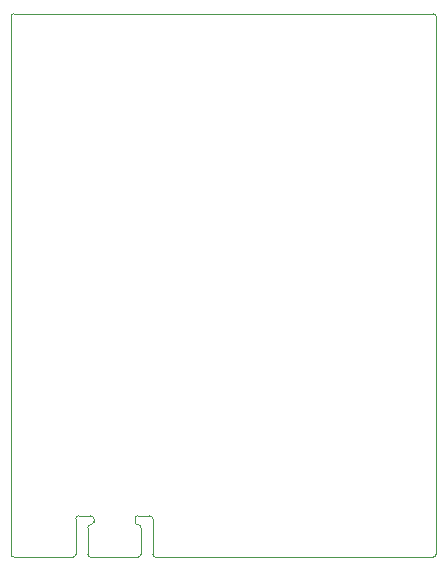
<source format=gm1>
G04 #@! TF.GenerationSoftware,KiCad,Pcbnew,(5.1.8)-1*
G04 #@! TF.CreationDate,2021-01-12T15:50:27+01:00*
G04 #@! TF.ProjectId,pcb-LR1110,7063622d-4c52-4313-9131-302e6b696361,1.1*
G04 #@! TF.SameCoordinates,PX8f0d180PY5f5e100*
G04 #@! TF.FileFunction,Profile,NP*
%FSLAX46Y46*%
G04 Gerber Fmt 4.6, Leading zero omitted, Abs format (unit mm)*
G04 Created by KiCad (PCBNEW (5.1.8)-1) date 2021-01-12 15:50:27*
%MOMM*%
%LPD*%
G01*
G04 APERTURE LIST*
G04 #@! TA.AperFunction,Profile*
%ADD10C,0.050000*%
G04 #@! TD*
G04 APERTURE END LIST*
D10*
X-17750000Y-23000000D02*
G75*
G02*
X-18000000Y-22750000I0J250000D01*
G01*
X18000000Y-22750000D02*
G75*
G02*
X17750000Y-23000000I-250000J0D01*
G01*
X17750000Y23000000D02*
G75*
G02*
X18000000Y22750000I0J-250000D01*
G01*
X-18000000Y22750000D02*
G75*
G02*
X-17750000Y23000000I250000J0D01*
G01*
X-5750000Y-23000000D02*
G75*
G02*
X-6000000Y-22750000I0J250000D01*
G01*
X-12500000Y-22750000D02*
G75*
G02*
X-12750000Y-23000000I-250000J0D01*
G01*
X-12500000Y-19750000D02*
G75*
G02*
X-12250000Y-19500000I250000J0D01*
G01*
X-11250000Y-19500000D02*
G75*
G02*
X-11000000Y-19750000I0J-250000D01*
G01*
X-11000000Y-20000000D02*
G75*
G02*
X-11250000Y-20250000I-250000J0D01*
G01*
X-11500000Y-20500000D02*
G75*
G02*
X-11250000Y-20250000I250000J0D01*
G01*
X-6250000Y-19500000D02*
G75*
G02*
X-6000000Y-19750000I0J-250000D01*
G01*
X-7500000Y-19750000D02*
G75*
G02*
X-7250000Y-19500000I250000J0D01*
G01*
X-5750000Y-23000000D02*
X17750000Y-23000000D01*
X-6000000Y-19750000D02*
X-6000000Y-22750000D01*
X-7250000Y-19500000D02*
X-6250000Y-19500000D01*
X-12250000Y-19500000D02*
X-11250000Y-19500000D01*
X-12500000Y-20500000D02*
X-12500000Y-19750000D01*
X-12500000Y-22750000D02*
X-12500000Y-20500000D01*
X-11000000Y-20000000D02*
X-11000000Y-19750000D01*
X-7250000Y-20250000D02*
G75*
G02*
X-7500000Y-20000000I0J250000D01*
G01*
X-7250000Y-20250000D02*
G75*
G02*
X-7000000Y-20500000I0J-250000D01*
G01*
X-7000000Y-20500000D02*
X-7000000Y-22750000D01*
X-7500000Y-19750000D02*
X-7500000Y-20000000D01*
X-11500000Y-22750000D02*
X-11500000Y-20500000D01*
X-7000000Y-22750000D02*
G75*
G02*
X-7250000Y-23000000I-250000J0D01*
G01*
X-11250000Y-23000000D02*
G75*
G02*
X-11500000Y-22750000I0J250000D01*
G01*
X-11250000Y-23000000D02*
X-7250000Y-23000000D01*
X-17750000Y-23000000D02*
X-12750000Y-23000000D01*
X18000000Y-22750000D02*
X18000000Y22750000D01*
X-18000000Y22750000D02*
X-18000000Y-22750000D01*
X-17750000Y23000000D02*
X17750000Y23000000D01*
M02*

</source>
